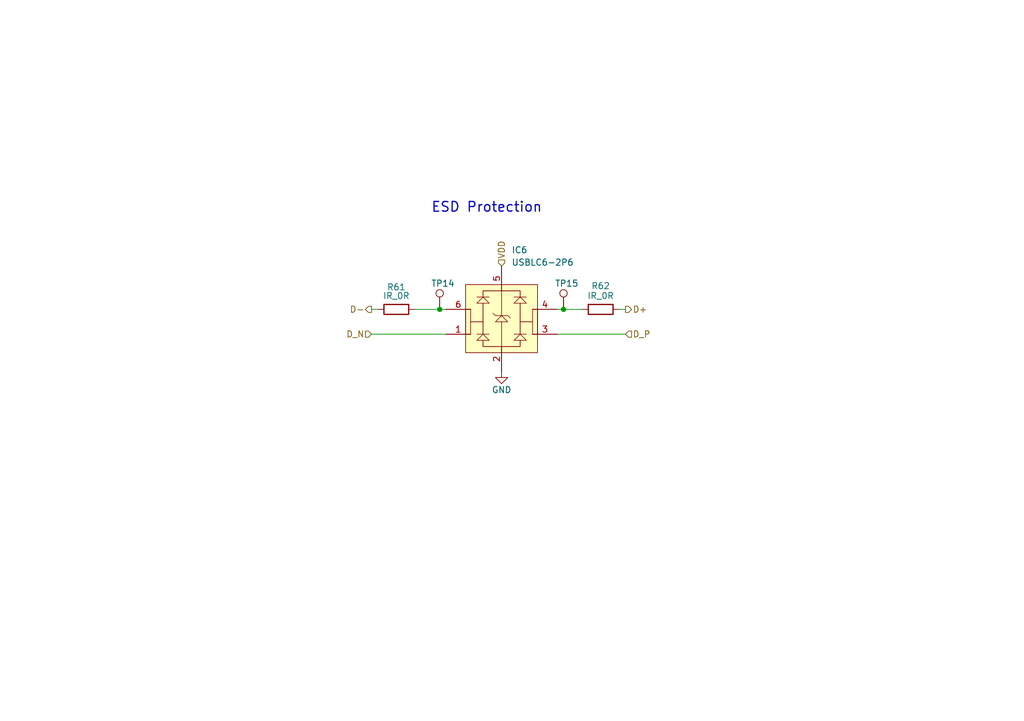
<source format=kicad_sch>
(kicad_sch (version 20231120) (generator "eeschema") (generator_version "8.0")
  (paper "A5")
  (lib_symbols
    (symbol "PnP_Mother_Board:GND" (power) (pin_numbers hide) (pin_names (offset 0) hide)
      (property "Value" "GND" (at 0 -3.81 0))
      (symbol "GND_0_1"
        (polyline (pts (xy 0 0) (xy 0 -1.27) (xy 1.27 -1.27) (xy 0 -2.54) (xy -1.27 -1.27) (xy 0 -1.27)))
      )
      (symbol "GND_1_1"
        (pin power_in line (at 0 0 270) (length 0) (name "~") (number "1"))
      )
    )
    (symbol "PnP_Mother_Board:R" (pin_numbers hide) (pin_names (offset 0))
      (property "Reference" "R" (at 2.032 0 90))
      (property "Value" "R" (at 0 0 90))
      (symbol "R_0_1"
        (rectangle (start -1.016 -2.54) (end 1.016 2.54) (stroke (width 0.254)))
      )
      (symbol "R_1_1"
        (pin passive line (at 0 3.81 270) (length 1.27) (name "~") (number "1"))
        (pin passive line (at 0 -3.81 90) (length 1.27) (name "~") (number "2"))
      )
    )
    (symbol "PnP_Mother_Board:TestPoint" (pin_numbers hide) (pin_names (offset 0.762) hide)
      (property "Reference" "TP" (at 0 6.858 0))
      (property "Value" "TestPoint" (at 0 5.08 0))
      (symbol "TestPoint_0_1"
        (circle (center 0 3.302) (radius 0.762))
      )
      (symbol "TestPoint_1_1"
        (pin passive line (at 0 0 90) (length 2.54) (name "1") (number "1"))
      )
    )
    (symbol "PnP_Mother_Board:USBLC6-2P6" (pin_names hide)
      (property "Reference" "IC" (at 62.484 -9.652 0))
      (property "Value" "USBLC6-2P6" (at 57.658 27.686 0))
      (symbol "USBLC6-2P6_0_1"
        (polyline (pts (xy 59.69 6.35) (xy 59.69 12.7)))
        (polyline (pts (xy 59.69 8.89) (xy 57.15 8.89)))
        (polyline (pts (xy 66.675 5.715) (xy 66.675 5.715)))
        (polyline (pts (xy 67.31 6.35) (xy 67.31 12.7)))
        (polyline (pts (xy 67.31 8.89) (xy 69.85 8.89)))
        (polyline (pts (xy 59.69 13.97) (xy 59.69 15.24) (xy 67.31 15.24) (xy 67.31 13.97)))
        (polyline (pts (xy 67.31 5.08) (xy 67.31 3.81) (xy 63.5 3.81) (xy 59.69 3.81) (xy 59.69 5.08)))
      )
      (symbol "USBLC6-2P6_1_1"
        (polyline (pts (xy 57.15 6.35) (xy 57.15 11.43)) (stroke (width 0.127)))
        (polyline (pts (xy 58.42 6.35) (xy 60.96 6.35)) (stroke (width 0.127)))
        (polyline (pts (xy 58.42 13.97) (xy 60.96 13.97)) (stroke (width 0.127)))
        (polyline (pts (xy 62.23 10.16) (xy 61.722 10.668)) (stroke (width 0.127)))
        (polyline (pts (xy 62.23 10.16) (xy 64.77 10.16)) (stroke (width 0.127)))
        (polyline (pts (xy 63.5 3.81) (xy 63.5 8.89)) (stroke (width 0.127)))
        (polyline (pts (xy 63.5 10.16) (xy 63.5 15.24)) (stroke (width 0.127)))
        (polyline (pts (xy 65.278 9.652) (xy 64.77 10.16)) (stroke (width 0.127)))
        (polyline (pts (xy 66.04 6.35) (xy 68.58 6.35)) (stroke (width 0.127)))
        (polyline (pts (xy 66.04 13.97) (xy 68.58 13.97)) (stroke (width 0.127)))
        (polyline (pts (xy 69.85 6.35) (xy 69.85 11.43)) (stroke (width 0.127)))
        (polyline (pts (xy 57.15 11.43) (xy 56.134 11.43) (xy 56.134 6.35) (xy 57.15 6.35)))
        (polyline (pts (xy 59.69 6.35) (xy 60.96 5.08) (xy 58.42 5.08) (xy 59.69 6.35)) (stroke (width 0.127)))
        (polyline (pts (xy 59.69 13.97) (xy 60.96 12.7) (xy 58.42 12.7) (xy 59.69 13.97)) (stroke (width 0.127)))
        (polyline (pts (xy 63.5 10.16) (xy 64.77 8.89) (xy 62.23 8.89) (xy 63.5 10.16)) (stroke (width 0.127)))
        (polyline (pts (xy 67.31 6.35) (xy 68.58 5.08) (xy 66.04 5.08) (xy 67.31 6.35)) (stroke (width 0.127)))
        (polyline (pts (xy 67.31 13.97) (xy 68.58 12.7) (xy 66.04 12.7) (xy 67.31 13.97)) (stroke (width 0.127)))
        (polyline (pts (xy 69.85 11.43) (xy 70.866 11.43) (xy 70.866 6.35) (xy 69.85 6.35)))
        (rectangle (start 56.134 16.51) (end 70.866 2.54) (fill (type color) (color 255 255 194 1)))
        (pin passive line (at 52.07 6.35 0) (length 5.08) (name "I/O1_1") (number "1"))
        (pin passive line (at 63.5 -1.27 90) (length 5.08) (name "GND") (number "2"))
        (pin passive line (at 74.93 6.35 180) (length 5.08) (name "I/O2_1") (number "3"))
        (pin passive line (at 74.93 11.43 180) (length 5.08) (name "I/O2_2") (number "4"))
        (pin passive line (at 63.5 20.32 270) (length 5.08) (name "VBUS") (number "5"))
        (pin passive line (at 52.07 11.43 0) (length 5.08) (name "I/O1_2") (number "6"))
      )
    )
  )
  (junction (at 90.17 63.5))
  (junction (at 115.57 63.5))
  (wire (pts (xy 114.3 68.58) (xy 128.27 68.58)))
  (wire (pts (xy 76.2 68.58) (xy 91.44 68.58)))
  (wire (pts (xy 115.57 63.5) (xy 114.3 63.5)))
  (wire (pts (xy 85.09 63.5) (xy 90.17 63.5)))
  (wire (pts (xy 119.38 63.5) (xy 115.57 63.5)))
  (wire (pts (xy 90.17 63.5) (xy 91.44 63.5)))
  (wire (pts (xy 76.2 63.5) (xy 77.47 63.5)))
  (wire (pts (xy 127 63.5) (xy 128.27 63.5)))
  (text "ESD Protection\n" (at 99.822 42.672 0) (effects (font (size 2 2) (thickness 0.25))))
  (hierarchical_label "D+" (shape output) (at 128.27 63.5 0))
  (hierarchical_label "VDD" (shape input) (at 102.87 54.61 90))
  (hierarchical_label "D_P" (shape input) (at 128.27 68.58 0))
  (hierarchical_label "D-" (shape output) (at 76.2 63.5 180))
  (hierarchical_label "D_N" (shape input) (at 76.2 68.58 180))
  (symbol (lib_id "PnP_Mother_Board:R") (at 81.28 63.5 90) (unit 1)
    (property "Reference" "R61" (at 81.28 58.928 90))
    (property "Value" "IR_0R" (at 81.28 60.706 90))
    (property "Footprint" "Resistor_SMD:R_0805_2012Metric_Pad1.20x1.40mm_HandSolder" (effects (hide yes)))
    (property "Description" "Resistor" (effects (hide yes)))
    (instances (project "PnP_Mother_Board" (path "" (reference "R61") (unit 1)) (path "" (reference "R27") (unit 1)) (path "" (reference "R25") (unit 1)) (path "" (reference "R43") (unit 1)) (path "" (reference "R56") (unit 1)) (path "" (reference "R48") (unit 1))))
  )
  (symbol (lib_id "PnP_Mother_Board:TestPoint") (at 90.17 63.5 0) (unit 1)
    (property "Reference" "TP14" (at 88.392 58.166 0) (effects (justify left)))
    (property "Value" "D-" (effects (hide yes)))
    (property "Footprint" "PnP_Mother_Board:TestPoint_KEYSTONE_5029" (effects (hide yes)))
    (property "Description" "test point" (effects (hide yes)))
    (instances (project "PnP_Mother_Board" (path "" (reference "TP14") (unit 1)) (path "" (reference "TP5") (unit 1)) (path "" (reference "TP3") (unit 1)) (path "" (reference "TP8") (unit 1)) (path "" (reference "TP12") (unit 1)) (path "" (reference "TP10") (unit 1))))
  )
  (symbol (lib_id "PnP_Mother_Board:USBLC6-2P6") (at 39.37 74.93 0) (unit 1)
    (property "Reference" "IC6" (at 104.902 51.308 0) (effects (justify left)))
    (property "Value" "USBLC6-2P6" (at 104.902 53.848 0) (effects (justify left)))
    (property "Footprint" "Package_TO_SOT_SMD:SOT-666" (effects (hide yes)))
    (property "Datasheet" "https://datasheet.lcsc.com/szlcsc/STMicroelectronics-USBLC6-2P6_C15999.pdf" (effects (hide yes)))
    (property "Description" "ESD Suppressors / TVS Diodes High Speed Interface Protection Low Cap" (effects (hide yes)))
    (property "Height" "0.6" (effects (hide yes)))
    (property "Manufacturer_Name" "STMicroelectronics" (effects (hide yes)))
    (property "Manufacturer_Part_Number" "USBLC6-2P6" (effects (hide yes)))
    (property "Mouser Part Number" "511-USBLC6-2P6" (effects (hide yes)))
    (property "Mouser Price/Stock" "https://www.mouser.co.uk/ProductDetail/STMicroelectronics/USBLC6-2P6?qs=6ARB0lp6jlViGcbUSvj1Mw%3D%3D" (effects (hide yes)))
    (property "Arrow Part Number" "USBLC6-2P6" (effects (hide yes)))
    (property "Arrow Price/Stock" "https://www.arrow.com/en/products/usblc6-2p6/stmicroelectronics?utm_currency=USD&region=nac" (effects (hide yes)))
    (instances (project "PnP_Mother_Board" (path "" (reference "IC6") (unit 1)) (path "" (reference "IC2") (unit 1)) (path "" (reference "IC1") (unit 1)) (path "" (reference "IC3") (unit 1)) (path "" (reference "IC5") (unit 1)) (path "" (reference "IC4") (unit 1))))
  )
  (symbol (lib_id "PnP_Mother_Board:R") (at 123.19 63.5 90) (unit 1)
    (property "Reference" "R62" (at 123.19 58.674 90))
    (property "Value" "IR_0R" (at 123.19 60.706 90))
    (property "Footprint" "Resistor_SMD:R_0805_2012Metric_Pad1.20x1.40mm_HandSolder" (effects (hide yes)))
    (property "Description" "Resistor" (effects (hide yes)))
    (instances (project "PnP_Mother_Board" (path "" (reference "R62") (unit 1)) (path "" (reference "R28") (unit 1)) (path "" (reference "R26") (unit 1)) (path "" (reference "R44") (unit 1)) (path "" (reference "R57") (unit 1)) (path "" (reference "R49") (unit 1))))
  )
  (symbol (lib_id "PnP_Mother_Board:GND") (at 102.87 76.2 0) (unit 1)
    (property "Reference" "#PWR092" (effects (hide yes)))
    (property "Value" "GND" (at 102.87 80.01 0))
    (property "Description" "Power symbol creates a global label with name \"GND\" , ground" (effects (hide yes)))
    (instances (project "PnP_Mother_Board" (path "" (reference "#PWR092") (unit 1)) (path "" (reference "#PWR052") (unit 1)) (path "" (reference "#PWR051") (unit 1)) (path "" (reference "#PWR081") (unit 1)) (path "" (reference "#PWR089") (unit 1)) (path "" (reference "#PWR084") (unit 1))))
  )
  (symbol (lib_id "PnP_Mother_Board:TestPoint") (at 115.57 63.5 0) (unit 1)
    (property "Reference" "TP15" (at 113.792 58.166 0) (effects (justify left)))
    (property "Value" "D+" (effects (hide yes)))
    (property "Footprint" "PnP_Mother_Board:TestPoint_KEYSTONE_5029" (effects (hide yes)))
    (property "Description" "test point" (effects (hide yes)))
    (instances (project "PnP_Mother_Board" (path "" (reference "TP15") (unit 1)) (path "" (reference "TP6") (unit 1)) (path "" (reference "TP4") (unit 1)) (path "" (reference "TP9") (unit 1)) (path "" (reference "TP13") (unit 1)) (path "" (reference "TP11") (unit 1))))
  )
)
</source>
